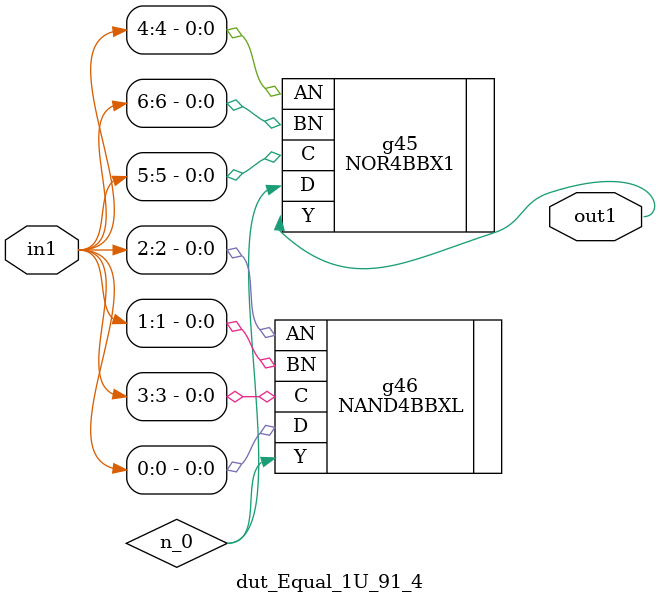
<source format=v>
`timescale 1ps / 1ps


module dut_Equal_1U_91_4(in1, out1);
  input [6:0] in1;
  output out1;
  wire [6:0] in1;
  wire out1;
  wire n_0;
  NOR4BBX1 g45(.AN (in1[4]), .BN (in1[6]), .C (in1[5]), .D (n_0), .Y
       (out1));
  NAND4BBXL g46(.AN (in1[2]), .BN (in1[1]), .C (in1[3]), .D (in1[0]),
       .Y (n_0));
endmodule



</source>
